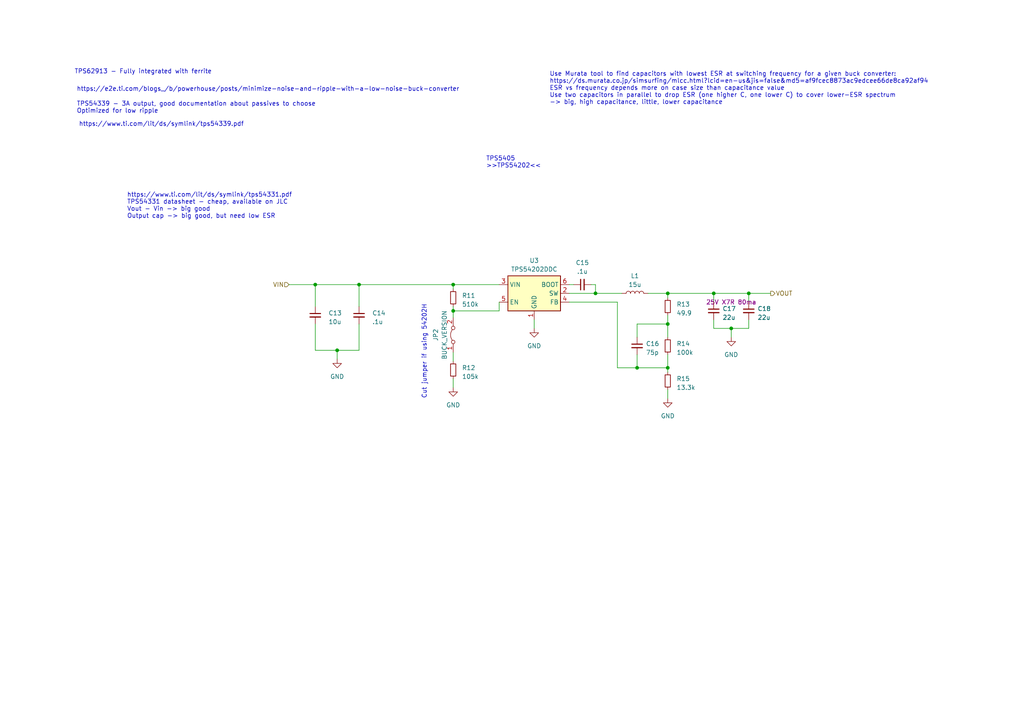
<source format=kicad_sch>
(kicad_sch (version 20230121) (generator eeschema)
  (paper "A4")
  (lib_symbols
    (symbol "Device:C_Small" (pin_numbers hide) (pin_names (offset 0.254) hide)
      (property "Reference" "C" (at 0.254 1.778 0))
      (property "Value" "C_Small" (at 0.254 -2.032 0))
      (symbol "C_Small_0_1"
        (polyline (pts (xy -1.524 -0.508) (xy 1.524 -0.508)) (stroke (width 0.3302)))
        (polyline (pts (xy -1.524 0.508) (xy 1.524 0.508)) (stroke (width 0.3048)))
      )
      (symbol "C_Small_1_1"
        (pin passive line (at 0 2.54 270) (length 2.032) (name "~") (number "1"))
        (pin passive line (at 0 -2.54 90) (length 2.032) (name "~") (number "2"))
      )
    )
    (symbol "Device:L" (pin_numbers hide) (pin_names (offset 1.016) hide)
      (property "Reference" "L" (at -1.27 0 90))
      (property "Value" "L" (at 1.905 0 90))
      (symbol "L_0_1"
        (arc (start 0 -2.54) (mid 0.6323 -1.905) (end 0 -1.27))
        (arc (start 0 -1.27) (mid 0.6323 -0.635) (end 0 0))
        (arc (start 0 0) (mid 0.6323 0.635) (end 0 1.27))
        (arc (start 0 1.27) (mid 0.6323 1.905) (end 0 2.54))
      )
      (symbol "L_1_1"
        (pin passive line (at 0 3.81 270) (length 1.27) (name "1") (number "1"))
        (pin passive line (at 0 -3.81 90) (length 1.27) (name "2") (number "2"))
      )
    )
    (symbol "Device:R_Small" (pin_numbers hide) (pin_names (offset 0.254) hide)
      (property "Reference" "R" (at 0.762 0.508 0))
      (property "Value" "R_Small" (at 0.762 -1.016 0))
      (symbol "R_Small_0_1"
        (rectangle (start -0.762 1.778) (end 0.762 -1.778) (stroke (width 0.2032)))
      )
      (symbol "R_Small_1_1"
        (pin passive line (at 0 2.54 270) (length 0.762) (name "~") (number "1"))
        (pin passive line (at 0 -2.54 90) (length 0.762) (name "~") (number "2"))
      )
    )
    (symbol "Jumper:Jumper_2_Bridged" (pin_names (offset 0) hide)
      (property "Reference" "JP" (at 0 1.905 0))
      (property "Value" "Jumper_2_Bridged" (at 0 -2.54 0))
      (symbol "Jumper_2_Bridged_0_0"
        (circle (center -2.032 0) (radius 0.508))
        (circle (center 2.032 0) (radius 0.508))
      )
      (symbol "Jumper_2_Bridged_0_1"
        (arc (start 1.524 0.254) (mid 0 0.762) (end -1.524 0.254))
      )
      (symbol "Jumper_2_Bridged_1_1"
        (pin passive line (at -5.08 0 0) (length 2.54) (name "A") (number "1"))
        (pin passive line (at 5.08 0 180) (length 2.54) (name "B") (number "2"))
      )
    )
    (symbol "Regulator_Switching:TPS54202DDC"
      (property "Reference" "U" (at -7.62 6.35 0))
      (property "Value" "TPS54202DDC" (at 0 6.35 0))
      (symbol "TPS54202DDC_0_1"
        (rectangle (start -7.62 5.08) (end 7.62 -5.08) (stroke (width 0.254)) (fill (type background)))
      )
      (symbol "TPS54202DDC_1_1"
        (pin power_in line (at 0 -7.62 90) (length 2.54) (name "GND") (number "1"))
        (pin power_out line (at 10.16 0 180) (length 2.54) (name "SW") (number "2"))
        (pin power_in line (at -10.16 2.54 0) (length 2.54) (name "VIN") (number "3"))
        (pin input line (at 10.16 -2.54 180) (length 2.54) (name "FB") (number "4"))
        (pin input line (at -10.16 -2.54 0) (length 2.54) (name "EN") (number "5"))
        (pin passive line (at 10.16 2.54 180) (length 2.54) (name "BOOT") (number "6"))
      )
    )
    (symbol "power:GND" (power) (pin_names (offset 0))
      (property "Value" "GND" (at 0 -3.81 0))
      (symbol "GND_0_1"
        (polyline (pts (xy 0 0) (xy 0 -1.27) (xy 1.27 -1.27) (xy 0 -2.54) (xy -1.27 -1.27) (xy 0 -1.27)))
      )
      (symbol "GND_1_1"
        (pin power_in line (at 0 0 270) (length 0) hide (name "GND") (number "1"))
      )
    )
  )
  (junction (at 131.445 90.17))
  (junction (at 172.72 85.09))
  (junction (at 212.09 95.25))
  (junction (at 193.675 93.98))
  (junction (at 184.785 106.68))
  (junction (at 97.79 101.6))
  (junction (at 193.675 85.09))
  (junction (at 91.44 82.55))
  (junction (at 217.17 85.09))
  (junction (at 104.14 82.55))
  (junction (at 131.445 82.55))
  (junction (at 207.01 85.09))
  (junction (at 193.675 106.68))
  (wire (pts (xy 171.45 82.55) (xy 172.72 82.55)))
  (wire (pts (xy 217.17 95.25) (xy 212.09 95.25)))
  (wire (pts (xy 207.01 85.09) (xy 217.17 85.09)))
  (wire (pts (xy 193.675 93.98) (xy 193.675 97.79)))
  (wire (pts (xy 193.675 85.09) (xy 207.01 85.09)))
  (wire (pts (xy 104.14 82.55) (xy 91.44 82.55)))
  (wire (pts (xy 184.785 106.68) (xy 193.675 106.68)))
  (wire (pts (xy 193.675 91.44) (xy 193.675 93.98)))
  (wire (pts (xy 131.445 88.9) (xy 131.445 90.17)))
  (wire (pts (xy 217.17 85.09) (xy 223.52 85.09)))
  (wire (pts (xy 179.07 87.63) (xy 179.07 106.68)))
  (wire (pts (xy 97.79 101.6) (xy 97.79 104.14)))
  (wire (pts (xy 184.785 102.87) (xy 184.785 106.68)))
  (wire (pts (xy 184.785 97.79) (xy 184.785 93.98)))
  (wire (pts (xy 97.79 101.6) (xy 91.44 101.6)))
  (wire (pts (xy 172.72 85.09) (xy 165.1 85.09)))
  (wire (pts (xy 187.96 85.09) (xy 193.675 85.09)))
  (wire (pts (xy 180.34 85.09) (xy 172.72 85.09)))
  (wire (pts (xy 172.72 82.55) (xy 172.72 85.09)))
  (wire (pts (xy 193.675 86.36) (xy 193.675 85.09)))
  (wire (pts (xy 207.01 95.25) (xy 207.01 92.71)))
  (wire (pts (xy 207.01 87.63) (xy 207.01 85.09)))
  (wire (pts (xy 104.14 82.55) (xy 131.445 82.55)))
  (wire (pts (xy 207.01 95.25) (xy 212.09 95.25)))
  (wire (pts (xy 104.14 82.55) (xy 104.14 88.9)))
  (wire (pts (xy 104.14 93.98) (xy 104.14 101.6)))
  (wire (pts (xy 154.94 92.71) (xy 154.94 95.25)))
  (wire (pts (xy 131.445 83.82) (xy 131.445 82.55)))
  (wire (pts (xy 217.17 92.71) (xy 217.17 95.25)))
  (wire (pts (xy 217.17 87.63) (xy 217.17 85.09)))
  (wire (pts (xy 91.44 82.55) (xy 83.82 82.55)))
  (wire (pts (xy 131.445 82.55) (xy 144.78 82.55)))
  (wire (pts (xy 131.445 109.855) (xy 131.445 112.395)))
  (wire (pts (xy 91.44 93.98) (xy 91.44 101.6)))
  (wire (pts (xy 104.14 101.6) (xy 97.79 101.6)))
  (wire (pts (xy 193.675 107.95) (xy 193.675 106.68)))
  (wire (pts (xy 193.675 106.68) (xy 193.675 102.87)))
  (wire (pts (xy 165.1 87.63) (xy 179.07 87.63)))
  (wire (pts (xy 193.675 113.03) (xy 193.675 115.57)))
  (wire (pts (xy 131.445 90.17) (xy 131.445 92.075)))
  (wire (pts (xy 179.07 106.68) (xy 184.785 106.68)))
  (wire (pts (xy 144.78 90.17) (xy 131.445 90.17)))
  (wire (pts (xy 144.78 87.63) (xy 144.78 90.17)))
  (wire (pts (xy 166.37 82.55) (xy 165.1 82.55)))
  (wire (pts (xy 184.785 93.98) (xy 193.675 93.98)))
  (wire (pts (xy 91.44 82.55) (xy 91.44 88.9)))
  (wire (pts (xy 212.09 95.25) (xy 212.09 97.79)))
  (wire (pts (xy 131.445 104.775) (xy 131.445 102.235)))
  (text "TPS5405\n>>TPS54202<<" (at 140.97 48.895 0) (effects (font (size 1.27 1.27)) (justify left bottom)))
  (text "https://e2e.ti.com/blogs_/b/powerhouse/posts/minimize-noise-and-ripple-with-a-low-noise-buck-converter" (at 22.225 26.67 0) (effects (font (size 1.27 1.27)) (justify left bottom)))
  (text "https://www.ti.com/lit/ds/symlink/tps54339.pdf" (at 22.86 36.83 0) (effects (font (size 1.27 1.27)) (justify left bottom)))
  (text "Use Murata tool to find capacitors with lowest ESR at switching frequency for a given buck converter:\nhttps://ds.murata.co.jp/simsurfing/mlcc.html?lcid=en-us&jis=false&md5=af9fcec8873ac9edcee66de8ca92af94\nESR vs frequency depends more on case size than capacitance value\nUse two capacitors in parallel to drop ESR (one higher C, one lower C) to cover lower-ESR spectrum\n-> big, high capacitance, little, lower capacitance" (at 159.385 30.48 0) (effects (font (size 1.27 1.27)) (justify left bottom)))
  (text "TPS54339 - 3A output, good documentation about passives to choose\nOptimized for low ripple" (at 22.225 33.02 0) (effects (font (size 1.27 1.27)) (justify left bottom)))
  (text "TPS62913 - Fully integrated with ferrite" (at 21.59 21.59 0) (effects (font (size 1.27 1.27)) (justify left bottom)))
  (text "https://www.ti.com/lit/ds/symlink/tps54331.pdf\nTPS54331 datasheet - cheap, available on JLC\nVout - Vin -> big good\nOutput cap -> big good, but need low ESR\n" (at 36.83 63.5 0) (effects (font (size 1.27 1.27)) (justify left bottom)))
  (text "Cut jumper if using 54202H" (at 123.825 88.265 90) (effects (font (size 1.27 1.27)) (justify right bottom)))
  (hierarchical_label "VOUT" (shape output) (at 223.52 85.09 0))
  (hierarchical_label "VIN" (shape input) (at 83.82 82.55 180))
  (symbol (lib_id "Device:R_Small") (at 193.675 110.49 0) (unit 1)
    (property "Reference" "R15" (at 196.215 109.855 0) (effects (justify left)))
    (property "Value" "13.3k" (at 196.215 112.395 0) (effects (justify left)))
    (property "Footprint" "Resistor_SMD:R_0805_2012Metric" (effects hide))
    (property "Tolerance" "1%" (effects hide))
  )
  (symbol (lib_id "Device:L") (at 184.15 85.09 90) (unit 1)
    (property "Reference" "L1" (at 184.15 80.01 90))
    (property "Value" "15u" (at 184.15 82.55 90))
    (property "Footprint" "Inductor_SMD:L_Bourns_SRN8040TA" (effects hide))
    (property "Datasheet" "https://www.bourns.com/docs/Product-Datasheets/SRN8040TA.pdf" (effects hide))
  )
  (symbol (lib_id "Device:R_Small") (at 193.675 88.9 0) (unit 1)
    (property "Reference" "R13" (at 196.215 88.265 0) (effects (justify left)))
    (property "Value" "49.9" (at 196.215 90.805 0) (effects (justify left)))
    (property "Footprint" "Resistor_SMD:R_0805_2012Metric" (effects hide))
    (property "Tolerance" "1%" (effects hide))
  )
  (symbol (lib_id "power:GND") (at 212.09 97.79 0) (unit 1)
    (property "Reference" "#PWR034" (effects hide))
    (property "Value" "GND" (at 212.09 102.87 0))
  )
  (symbol (lib_id "power:GND") (at 193.675 115.57 0) (unit 1)
    (property "Reference" "#PWR033" (effects hide))
    (property "Value" "GND" (at 193.675 120.65 0))
  )
  (symbol (lib_id "Device:C_Small") (at 184.785 100.33 0) (unit 1)
    (property "Reference" "C16" (at 187.325 99.7013 0) (effects (justify left)))
    (property "Value" "75p" (at 187.325 102.2413 0) (effects (justify left)))
    (property "Footprint" "Capacitor_SMD:C_0603_1608Metric" (effects hide))
  )
  (symbol (lib_id "Device:C_Small") (at 104.14 91.44 0) (unit 1)
    (property "Reference" "C14" (at 107.95 90.805 0) (effects (justify left)))
    (property "Value" ".1u" (at 107.95 93.345 0) (effects (justify left)))
    (property "Footprint" "Capacitor_SMD:C_0805_2012Metric" (effects hide))
    (property "Voltage" "30V 2A" (effects hide))
  )
  (symbol (lib_id "Device:R_Small") (at 131.445 107.315 0) (unit 1)
    (property "Reference" "R12" (at 133.985 106.68 0) (effects (justify left)))
    (property "Value" "105k" (at 133.985 109.22 0) (effects (justify left)))
    (property "Footprint" "Resistor_SMD:R_0805_2012Metric" (effects hide))
    (property "Tolerance" "1%" (effects hide))
  )
  (symbol (lib_id "Device:C_Small") (at 91.44 91.44 0) (unit 1)
    (property "Reference" "C13" (at 95.25 90.805 0) (effects (justify left)))
    (property "Value" "10u" (at 95.25 93.345 0) (effects (justify left)))
    (property "Footprint" "Capacitor_SMD:C_1210_3225Metric" (effects hide))
    (property "Voltage" "30V 2A X5R" (effects hide))
  )
  (symbol (lib_id "Device:R_Small") (at 193.675 100.33 0) (unit 1)
    (property "Reference" "R14" (at 196.215 99.695 0) (effects (justify left)))
    (property "Value" "100k" (at 196.215 102.235 0) (effects (justify left)))
    (property "Footprint" "Resistor_SMD:R_0805_2012Metric" (effects hide))
    (property "Tolerance" "1%" (effects hide))
  )
  (symbol (lib_id "Device:C_Small") (at 207.01 90.17 0) (unit 1)
    (property "Reference" "C17" (at 209.55 89.5413 0) (effects (justify left)))
    (property "Value" "22u" (at 209.55 92.0813 0) (effects (justify left)))
    (property "Footprint" "Capacitor_SMD:C_1210_3225Metric" (effects hide))
    (property "Voltage" "25V X7R 80ma" (effects hide))
  )
  (symbol (lib_id "Jumper:Jumper_2_Bridged") (at 131.445 97.155 90) (unit 1)
    (property "Reference" "JP2" (at 126.365 97.155 0))
    (property "Value" "BUCK_VERSION" (at 128.905 97.155 0))
    (property "Footprint" "Jumper:SolderJumper-2_P1.3mm_Bridged_RoundedPad1.0x1.5mm" (effects hide))
  )
  (symbol (lib_id "power:GND") (at 131.445 112.395 0) (unit 1)
    (property "Reference" "#PWR031" (effects hide))
    (property "Value" "GND" (at 131.445 117.475 0))
  )
  (symbol (lib_id "Device:C_Small") (at 168.91 82.55 90) (unit 1)
    (property "Reference" "C15" (at 168.91 76.2 90))
    (property "Value" ".1u" (at 168.91 78.74 90))
    (property "Footprint" "Capacitor_SMD:C_0805_2012Metric" (effects hide))
    (property "Voltage" "30V" (effects hide))
  )
  (symbol (lib_id "Device:C_Small") (at 217.17 90.17 0) (unit 1)
    (property "Reference" "C18" (at 219.71 89.5413 0) (effects (justify left)))
    (property "Value" "22u" (at 219.71 92.0813 0) (effects (justify left)))
    (property "Footprint" "Capacitor_SMD:C_1210_3225Metric" (effects hide))
    (property "Voltage" "25V X7R 80ma" (at 212.09 87.63 0))
  )
  (symbol (lib_id "Device:R_Small") (at 131.445 86.36 180) (unit 1)
    (property "Reference" "R11" (at 133.985 85.725 0) (effects (justify right)))
    (property "Value" "510k" (at 133.985 88.265 0) (effects (justify right)))
    (property "Footprint" "Resistor_SMD:R_0805_2012Metric" (effects hide))
    (property "Tolerance" "1%" (effects hide))
  )
  (symbol (lib_id "power:GND") (at 154.94 95.25 0) (unit 1)
    (property "Reference" "#PWR032" (effects hide))
    (property "Value" "GND" (at 154.94 100.33 0))
  )
  (symbol (lib_id "Regulator_Switching:TPS54202DDC") (at 154.94 85.09 0) (unit 1)
    (property "Reference" "U3" (at 154.94 75.565 0))
    (property "Value" "TPS54202DDC" (at 154.94 78.105 0))
    (property "Footprint" "Package_TO_SOT_SMD:SOT-23-6" (effects hide))
    (property "Datasheet" "http://www.ti.com/lit/ds/symlink/tps54202.pdf" (effects hide))
    (instances (project "d-lev-io" (path "" (reference "U3") (unit 1)) (path "" (reference "U2") (unit 1))))
  )
  (symbol (lib_id "power:GND") (at 97.79 104.14 0) (unit 1)
    (property "Reference" "#PWR030" (effects hide))
    (property "Value" "GND" (at 97.79 109.22 0))
  )
)
</source>
